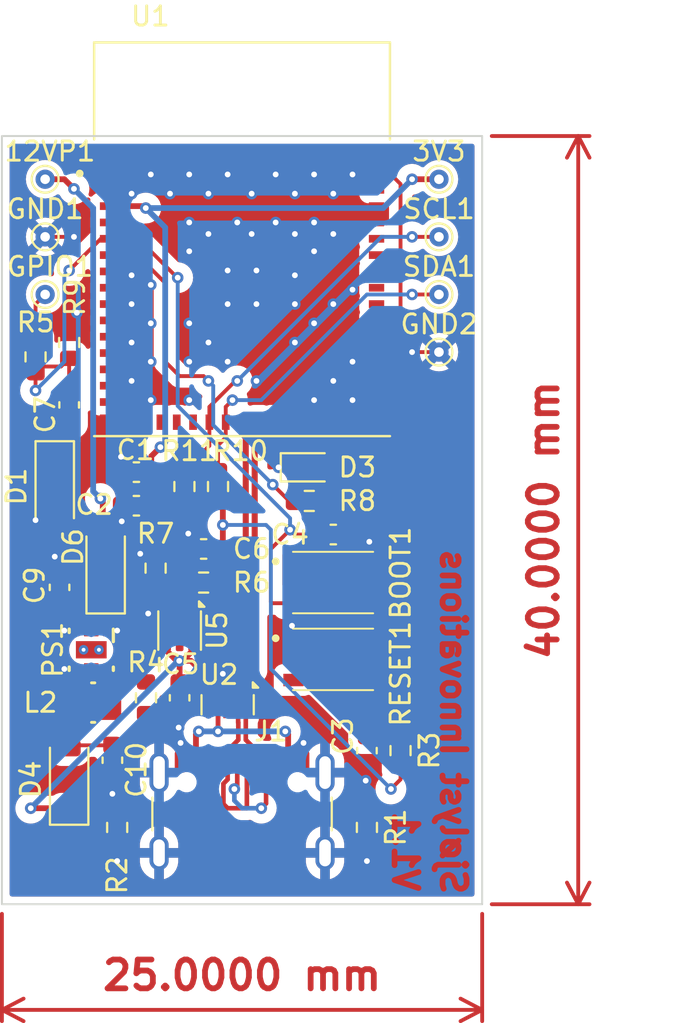
<source format=kicad_pcb>
(kicad_pcb (version 20240108) (generator "pcbnew") (generator_version "8.0")
  (layers (0 "F.Cu" signal) (31 "B.Cu" signal) (34 "B.Paste" user) (35 "F.Paste" user) (36 "B.SilkS" user "B.Silkscreen") (37 "F.SilkS" user "F.Silkscreen") (38 "B.Mask" user) (39 "F.Mask" user) (44 "Edge.Cuts" user))
  (net 0 "")
  (net 1 "GND")
  (net 2 "/ESP32_EN")
  (net 3 "/GPIO0")
  (net 4 "/USB_P")
  (net 5 "/3V3")
  (net 6 "/12V_P")
  (net 7 "Net-(D3-A)")
  (net 8 "/GPIO1")
  (net 9 "/I2C_SDA")
  (net 10 "/I2C_SCL")
  (net 11 "Net-(U5-FB)")
  (net 14 "/USB_N")
  (net 16 "Net-(J1-CC2)")
  (net 17 "Net-(J1-CC1)")
  (net 42 "/GPIO2")
  (net 53 "/5V_USB")
  (net 54 "Net-(D6-K)")
  (net 55 "Net-(D4-A)")
  (net 56 "Net-(PS1-SW)")
  (net 57 "Net-(PS1-PG)")
  (net 58 "Net-(D1-K)")
  (net 59 "Net-(GPIO1-Pad1)")
  (footprint "Resistor_SMD:R_0603_1608Metric" (layer "F.Cu") (at 148 104.5 -90)
    (property "Reference" "R7")
    (property "Value" "200K" (hide yes))
  )
  (footprint "Capacitor_SMD:C_0603_1608Metric" (layer "F.Cu") (at 149.25 111.25 -90)
    (property "Reference" "C5")
    (property "Value" "10uF" (hide yes))
  )
  (footprint "TestPoint:TestPoint_THTPad_D1.0mm_Drill0.5mm" (layer "F.Cu") (at 142.25 87.25)
    (property "Reference" "GND1")
    (property "Value" "~" (hide yes))
  )
  (footprint "Resistor_SMD:R_0603_1608Metric" (layer "F.Cu") (at 147.5 111.25 -90)
    (property "Reference" "R4")
    (property "Value" "100k" (hide yes))
  )
  (footprint "Diode_SMD:D_SOD-123" (layer "F.Cu") (at 143.5 115.5 90)
    (property "Reference" "D4")
    (property "Value" "B5817W" (hide yes))
  )
  (footprint "TestPoint:TestPoint_THTPad_D1.0mm_Drill0.5mm" (layer "F.Cu") (at 162.75 90.25)
    (property "Reference" "SDA1")
    (property "Value" "~" (hide yes))
  )
  (footprint "Capacitor_SMD:C_0603_1608Metric" (layer "F.Cu") (at 147 101.25 180)
    (property "Reference" "C2")
    (property "Value" "10uF" (hide yes))
  )
  (footprint "Capacitor_SMD:C_0603_1608Metric" (layer "F.Cu") (at 150.5 103.5 180)
    (property "Reference" "C6")
    (property "Value" "10uF" (hide yes))
  )
  (footprint "ESP32_S3_MINI_1_N8:XCVR_ESP32-S3-MINI-1-N8" (layer "F.Cu") (at 152.5 89.9)
    (property "Reference" "U1")
    (property "Value" "ESP32-S3-MINI-1-N8" (hide yes))
  )
  (footprint "PTS810SJK250SMTRLFS:PTS810SJG250SMTRLFS" (layer "F.Cu") (at 157.25 109.25)
    (property "Reference" "RESET1")
    (property "Value" "PTS810SJM250SMTRLFS" (hide yes))
  )
  (footprint "Resistor_SMD:R_0603_1608Metric" (layer "F.Cu") (at 150.5 105.25)
    (property "Reference" "R6")
    (property "Value" "1M" (hide yes))
  )
  (footprint "Resistor_SMD:R_0603_1608Metric" (layer "F.Cu") (at 159 118 -90)
    (property "Reference" "R1")
    (property "Value" "5.1k" (hide yes))
  )
  (footprint "Resistor_SMD:R_0603_1608Metric" (layer "F.Cu") (at 149.5 100.25 -90)
    (property "Reference" "R11")
    (property "Value" "10k" (hide yes))
  )
  (footprint "Package_DFN_QFN:Diodes_UDFN-10_1.0x2.5mm_P0.5mm" (layer "F.Cu") (at 151.75 111.6125 -90)
    (property "Reference" "U2")
    (property "Value" "D3V3XA4B10LP" (hide yes))
  )
  (footprint "Resistor_SMD:R_0603_1608Metric" (layer "F.Cu") (at 146 118 -90)
    (property "Reference" "R2")
    (property "Value" "5.1k" (hide yes))
  )
  (footprint "Capacitor_SMD:C_0603_1608Metric" (layer "F.Cu") (at 143.5 96 -90)
    (property "Reference" "C7")
    (property "Value" "0.1uF" (hide yes))
  )
  (footprint "Diode_SMD:D_SOD-123" (layer "F.Cu") (at 142.75 100.25 -90)
    (property "Reference" "D1")
    (property "Value" "MM1Z3V3" (hide yes))
  )
  (footprint "Capacitor_SMD:C_0603_1608Metric" (layer "F.Cu") (at 159 114 -90)
    (property "Reference" "C3")
    (property "Value" "0.1uF" (hide yes))
  )
  (footprint "Resistor_SMD:R_0603_1608Metric" (layer "F.Cu") (at 156 101)
    (property "Reference" "R8")
    (property "Value" "5.1k" (hide yes))
  )
  (footprint "Resistor_SMD:R_0603_1608Metric" (layer "F.Cu") (at 160.75 114 -90)
    (property "Reference" "R3")
    (property "Value" "5.1k" (hide yes))
  )
  (footprint "Diode_SMD:D_SOD-123" (layer "F.Cu") (at 145.4 104.5 90)
    (property "Reference" "D6")
    (property "Value" "B5817W" (hide yes))
  )
  (footprint "Resistor_SMD:R_0603_1608Metric" (layer "F.Cu") (at 141.75 93.5 -90)
    (property "Reference" "R5")
    (property "Value" "33k" (hide yes))
  )
  (footprint "TestPoint:TestPoint_THTPad_D1.0mm_Drill0.5mm" (layer "F.Cu") (at 162.75 93.25)
    (property "Reference" "GND2")
    (property "Value" "~" (hide yes))
  )
  (footprint "TestPoint:TestPoint_THTPad_D1.0mm_Drill0.5mm" (layer "F.Cu") (at 162.75 87.25)
    (property "Reference" "SCL1")
    (property "Value" "~" (hide yes))
  )
  (footprint "Resistor_SMD:R_0603_1608Metric" (layer "F.Cu") (at 151.25 100.25 -90)
    (property "Reference" "R10")
    (property "Value" "10k" (hide yes))
  )
  (footprint "LED_SMD:LED_0603_1608Metric" (layer "F.Cu") (at 156 99.25)
    (property "Reference" "D3")
    (property "Value" "LED" (hide yes))
  )
  (footprint "Capacitor_SMD:C_0603_1608Metric" (layer "F.Cu") (at 145.75 114.5 -90)
    (property "Reference" "C10")
    (property "Value" "22uF" (hide yes))
  )
  (footprint "TestPoint:TestPoint_THTPad_D1.0mm_Drill0.5mm" (layer "F.Cu") (at 162.75 84.25)
    (property "Reference" "3V3")
    (property "Value" "~" (hide yes))
  )
  (footprint "Resistor_SMD:R_0603_1608Metric" (layer "F.Cu") (at 143.5 92.75 -90)
    (property "Reference" "R9")
    (property "Value" "10k" (hide yes))
  )
  (footprint "Capacitor_SMD:C_0603_1608Metric" (layer "F.Cu") (at 157.25 102.75)
    (property "Reference" "C4")
    (property "Value" "0.1uF" (hide yes))
  )
  (footprint "PTS810SJK250SMTRLFS:PTS810SJG250SMTRLFS" (layer "F.Cu") (at 157.25 105.25)
    (property "Reference" "BOOT1")
    (property "Value" "PTS810SJM250SMTRLFS" (hide yes))
  )
  (footprint "TestPoint:TestPoint_THTPad_D1.0mm_Drill0.5mm" (layer "F.Cu") (at 142.25 90.25)
    (property "Reference" "GPIO1")
    (property "Value" "~" (hide yes))
  )
  (footprint "TPS62163DSGR-1:DSG0008A" (layer "F.Cu") (at 144.649999 108.75 -90)
    (property "Reference" "PS1")
    (property "Value" "TPS62163DSGR" (hide yes))
  )
  (footprint "TestPoint:TestPoint_THTPad_D1.0mm_Drill0.5mm" (layer "F.Cu") (at 142.25 84.25)
    (property "Reference" "12VP1")
    (property "Value" "~" (hide yes))
  )
  (footprint "Capacitor_SMD:C_0603_1608Metric" (layer "F.Cu") (at 147 99.5 180)
    (property "Reference" "C1")
    (property "Value" "0.1uF" (hide yes))
  )
  (footprint "Connector_USB:USB_C_Receptacle_GCT_USB4105-xx-A_16P_TopMnt_Horizontal" (layer "F.Cu") (at 152.5 118.25)
    (property "Reference" "J1")
    (property "Value" "USB_C_Receptacle_USB2.0_16P" (hide yes))
  )
  (footprint "Capacitor_SMD:C_0603_1608Metric" (layer "F.Cu") (at 143 105.5 90)
    (property "Reference" "C9")
    (property "Value" "10uF" (hide yes))
  )
  (footprint "CIGT201610LM2R2MNE:RES_CIGT201610_SAM" (layer "F.Cu") (at 144.75 111.5 180)
    (property "Reference" "L2")
    (property "Value" "2.2uH" (hide yes))
  )
  (footprint "Package_SON:WSON-6-1EP_2x2mm_P0.65mm_EP1x1.6mm" (layer "F.Cu") (at 149.25 107.75 -90)
    (property "Reference" "U5")
    (property "Value" "TLV75801PDRVR" (hide yes))
  )
  (gr_rect (start 140 82) (end 165 122) (stroke (width 0.1)) (fill none) (layer "Edge.Cuts"))
  (gr_text "Sjølyst Innovations" (at 163.5 112.5 270) (layer "B.Cu" knockout) (effects (font (size 1.25 1.25) (thickness 0.3) (bold yes)) (justify mirror)))
  (gr_text "V1.1" (at 161 119.25 270) (layer "B.Cu" knockout) (effects (font (size 1.25 1.25) (thickness 0.3) (bold yes)) (justify mirror)))
  (dimension (type aligned) (layer "F.Cu") (pts (xy 165 82) (xy 165 122)) (height -5) (gr_text "40.0000 mm" (at 168.2 102 90) (layer "F.Cu") (effects (font (size 1.5 1.5) (thickness 0.3)))) (format (prefix "") (suffix "") (units 3) (units_format 1) (precision 4)) (style (thickness 0.2) (arrow_length 1.27) (text_position_mode 0) (extension_height 0.58642) (extension_offset 0.5) keep_text_aligned))
  (dimension (type aligned) (layer "F.Cu") (pts (xy 140 122) (xy 165 122)) (height 5.499999) (gr_text "25.0000 mm" (at 152.5 125.699999 0) (layer "F.Cu") (effects (font (size 1.5 1.5) (thickness 0.3)))) (format (prefix "") (suffix "") (units 3) (units_format 1) (precision 4)) (style (thickness 0.2) (arrow_length 1.27) (text_position_mode 0) (extension_height 0.58642) (extension_offset 0.5) keep_text_aligned))
  (segment (start 145.449999 107.75) (end 145.4 107.799999) (width 0.3) (layer "F.Cu") (net 1))
  (segment (start 146 107.75) (end 145.449999 107.75) (width 0.3) (layer "F.Cu") (net 1))
  (segment (start 146.2 98.7) (end 146.225 98.725) (width 0.2) (layer "F.Cu") (net 1))
  (segment (start 159.325 108.175) (end 155.175 108.175) (width 0.2) (layer "F.Cu") (net 1))
  (segment (start 159.325 103.325) (end 159.325 104.175) (width 0.2) (layer "F.Cu") (net 1))
  (segment (start 141.75 102) (end 141.85 101.9) (width 0.2) (layer "F.Cu") (net 1))
  (segment (start 149.3 113.6) (end 149.3 114.57) (width 0.2) (layer "F.Cu") (net 1))
  (segment (start 158.75 102.75) (end 158.025 102.75) (width 0.2) (layer "F.Cu") (net 1))
  (segment (start 159 114.775) (end 159 115.5) (width 0.2) (layer "F.Cu") (net 1))
  (segment (start 142.75 103.9) (end 143 104.15) (width 0.3) (layer "F.Cu") (net 1))
  (segment (start 147.925 103.75) (end 148 103.675) (width 0.2) (layer "F.Cu") (net 1))
  (segment (start 143.25 109.75) (end 143.850002 109.75) (width 0.3) (layer "F.Cu") (net 1))
  (segment (start 155.1 107.5) (end 155.1 108.1) (width 0.2) (layer "F.Cu") (net 1))
  (segment (start 149.725 102.725) (end 149.725 103.5) (width 0.2) (layer "F.Cu") (net 1))
  (segment (start 143.850002 107.75) (end 143.899999 107.799997) (width 0.3) (layer "F.Cu") (net 1))
  (segment (start 149.25 107.75) (end 148.6 107.1) (width 0.3) (layer "F.Cu") (net 1))
  (segment (start 148.6 107.1) (end 148.6 106.8625) (width 0.3) (layer "F.Cu") (net 1))
  (segment (start 159 119.75) (end 159 118.825) (width 0.2) (layer "F.Cu") (net 1))
  (segment (start 143.5 91.6) (end 143.5 91.925) (width 0.2) (layer "F.Cu") (net 1))
  (segment (start 155.175 104.175) (end 159.325 104.175) (width 0.2) (layer "F.Cu") (net 1))
  (segment (start 159 115.5) (end 158.936593 115.563407) (width 0.2) (layer "F.Cu") (net 1))
  (segment (start 143.9 91.2) (end 143.5 91.6) (width 0.2) (layer "F.Cu") (net 1))
  (segment (start 154.4 99.25) (end 155.2125 99.25) (width 0.2) (layer "F.Cu") (net 1))
  (segment (start 155.7 113.6) (end 155.7 114.57) (width 0.2) (layer "F.Cu") (net 1))
  (segment (start 151.75 112.025) (end 151.75 111.2625) (width 0.2) (layer "F.Cu") (net 1))
  (segment (start 151.75 110.25) (end 151.75 111.2625) (width 0.2) (layer "F.Cu") (net 1))
  (segment (start 146.236936 102.062573) (end 146.225 102.050637) (width 0.2) (layer "F.Cu") (net 1))
  (segment (start 149.2 112.8) (end 149.2 112.075) (width 0.3) (layer "F.Cu") (net 1))
  (segment (start 146 119.75) (end 146 118.825) (width 0.2) (layer "F.Cu") (net 1))
  (segment (start 159.125 103.125) (end 158.75 102.75) (width 0.2) (layer "F.Cu") (net 1))
  (segment (start 146.225 98.725) (end 146.225 99.5) (width 0.2) (layer "F.Cu") (net 1))
  (segment (start 149.2 112.075) (end 149.25 112.025) (width 0.3) (layer "F.Cu") (net 1))
  (segment (start 143 104.15) (end 143 104.725) (width 0.3) (layer "F.Cu") (net 1))
  (segment (start 143.75 87.25) (end 142.25 87.25) (width 0.2) (layer "F.Cu") (net 1))
  (segment (start 145.75 116.25) (end 145.75 115.275) (width 0.2) (layer "F.Cu") (net 1))
  (segment (start 155.1 108.1) (end 155.175 108.175) (width 0.2) (layer "F.Cu") (net 1))
  (segment (start 159.125 103.125) (end 159.325 103.325) (width 0.2) (layer "F.Cu") (net 1))
  (segment (start 143.850002 109.75) (end 143.899999 109.700003) (width 0.3) (layer "F.Cu") (net 1))
  (segment (start 146.225 102.050637) (end 146.225 101.25) (width 0.2) (layer "F.Cu") (net 1))
  (segment (start 143.25 107.75) (end 143.850002 107.75) (width 0.3) (layer "F.Cu") (net 1))
  (segment (start 141.85 101.9) (end 142.75 101.9) (width 0.2) (layer "F.Cu") (net 1))
  (segment (start 162.75 93.25) (end 161.35 93.25) (width 0.2) (layer "F.Cu") (net 1))
  (segment (start 147.6125 106.8625) (end 148.6 106.8625) (width 0.3) (layer "F.Cu") (net 1))
  (segment (start 149.7 102.7) (end 149.725 102.725) (width 0.2) (layer "F.Cu") (net 1))
  (segment (start 147.2 103.75) (end 147.925 103.75) (width 0.2) (layer "F.Cu") (net 1))
  (segment (start 151.5 110) (end 151.75 110.25) (width 0.2) (layer "F.Cu") (net 1))
  (via (at 146.75 94.75) (size 0.6) (drill 0.3) (layers "F.Cu" "B.Cu") (net 1))
  (via (at 155.1 107.5) (size 0.6) (drill 0.3) (layers "F.Cu" "B.Cu") (net 1))
  (via (at 156.25 84) (size 0.6) (drill 0.3) (layers "F.Cu" "B.Cu") (net 1))
  (via (at 153.25 94.75) (size 0.6) (drill 0.3) (layers "F.Cu" "B.Cu") (net 1))
  (via (at 157.25 94.75) (size 0.6) (drill 0.3) (layers "F.Cu" "B.Cu") (net 1))
  (via (at 161.35 93.25) (size 0.6) (drill 0.3) (layers "F.Cu" "B.Cu") (net 1))
  (via (at 150.75 87.1) (size 0.6) (drill 0.3) (layers "F.Cu" "B.Cu") (net 1))
  (via (at 153.25 90.75) (size 0.6) (drill 0.3) (layers "F.Cu" "B.Cu") (net 1))
  (via (at 155.25 90.75) (size 0.6) (drill 0.3) (layers "F.Cu" "B.Cu") (net 1))
  (via (at 157.25 85) (size 0.6) (drill 0.3) (layers "F.Cu" "B.Cu") (net 1))
  (via (at 158.25 84) (size 0.6) (drill 0.3) (layers "F.Cu" "B.Cu") (net 1))
  (via (at 153 87.1) (size 0.6) (drill 0.3) (layers "F.Cu" "B.Cu") (net 1))
  (via (at 154.4 99.25) (size 0.6) (drill 0.3) (layers "F.Cu" "B.Cu") (net 1))
  (via (at 149.75 84) (size 0.6) (drill 0.3) (layers "F.Cu" "B.Cu") (net 1))
  (via (at 156.25 88) (size 0.6) (drill 0.3) (layers "F.Cu" "B.Cu") (net 1))
  (via (at 149.3 113.6) (size 0.6) (drill 0.3) (layers "F.Cu" "B.Cu") (net 1))
  (via (at 149.7 102.7) (size 0.6) (drill 0.3) (layers "F.Cu" "B.Cu") (net 1))
  (via (at 155.25 87.1) (size 0.6) (drill 0.3) (layers "F.Cu" "B.Cu") (net 1))
  (via (at 155.25 89.25) (size 0.6) (drill 0.3) (layers "F.Cu" "B.Cu") (net 1))
  (via (at 156.25 86.5) (size 0.6) (drill 0.3) (layers "F.Cu" "B.Cu") (net 1))
  (via (at 149.75 86.5) (size 0.6) (drill 0.3) (layers "F.Cu" "B.Cu") (net 1))
  (via (at 153 85) (size 0.6) (drill 0.3) (layers "F.Cu" "B.Cu") (net 1))
  (via (at 158.25 90) (size 0.6) (drill 0.3) (layers "F.Cu" "B.Cu") (net 1))
  (via (at 158.25 93.75) (size 0.6) (drill 0.3) (layers "F.Cu" "B.Cu") (net 1))
  (via (at 155.7 113.6) (size 0.6) (drill 0.3) (layers "F.Cu" "B.Cu") (net 1))
  (via (at 146.2 98.7) (size 0.6) (drill 0.3) (layers "F.Cu" "B.Cu") (net 1))
  (via (at 156.25 95.75) (size 0.6) (drill 0.3) (layers "F.Cu" "B.Cu") (net 1))
  (via (at 148.75 85) (size 0.6) (drill 0.3) (layers "F.Cu" "B.Cu") (net 1))
  (via (at 146 107.75) (size 0.6) (drill 0.3) (layers "F.Cu" "B.Cu") (net 1))
  (via (at 149.75 95.75) (size 0.6) (drill 0.3) (layers "F.Cu" "B.Cu") (net 1))
  (via (at 149.2 112.8) (size 0.6) (drill 0.3) (layers "F.Cu" "B.Cu") (net 1))
  (via (at 146.75 92.75) (size 0.6) (drill 0.3) (layers "F.Cu" "B.Cu") (net 1))
  (via (at 155.25 92.75) (size 0.6) (drill 0.3) (layers "F.Cu" "B.Cu") (net 1))
  (via (at 147.75 95.75) (size 0.6) (drill 0.3) (layers "F.Cu" "B.Cu") (net 1))
  (via (at 155.25 85) (size 0.6) (drill 0.3) (layers "F.Cu" "B.Cu") (net 1))
  (via (at 142.75 103.9) (size 0.6) (drill 0.3) (layers "F.Cu" "B.Cu") (net 1))
  (via (at 151.75 93.75) (size 0.6) (drill 0.3) (layers "F.Cu" "B.Cu") (net 1))
  (via (at 146.75 85) (size 0.6) (drill 0.3) (layers "F.Cu" "B.Cu") (net 1))
  (via (at 146.236936 102.062573) (size 0.6) (drill 0.3) (layers "F.Cu" "B.Cu") (net 1))
  (via (at 158.936593 115.563407) (size 0.6) (drill 0.3) (layers "F.Cu" "B.Cu") (net 1))
  (via (at 157.25 87.1) (size 0.6) (drill 0.3) (layers "F.Cu" "B.Cu") (net 1))
  (via (at 151.5 110) (size 0.6) (drill 0.3) (layers "F.Cu" "B.Cu") (net 1))
  (via (at 147.75 91.75) (size 0.6) (drill 0.3) (layers "F.Cu" "B.Cu") (net 1))
  (via (at 141.75 102) (size 0.6) (drill 0.3) (layers "F.Cu" "B.Cu") (net 1))
  (via (at 147.2 103.75) (size 0.6) (drill 0.3) (layers "F.Cu" "B.Cu") (net 1))
  (via (at 151.75 89) (size 0.6) (drill 0.3) (layers "F.Cu" "B.Cu") (net 1))
  (via (at 157.25 90.75) (size 0.6) (drill 0.3) (layers "F.Cu" "B.Cu") (net 1))
  (via (at 147.75 84) (size 0.6) (drill 0.3) (layers "F.Cu" "B.Cu") (net 1))
  (via (at 159 119.75) (size 0.6) (drill 0.3) (layers "F.Cu" "B.Cu") (net 1))
  (via (at 150.75 92.75) (size 0.6) (drill 0.3) (layers "F.Cu" "B.Cu") (net 1))
  (via (at 143.25 109.75) (size 0.6) (drill 0.3) (layers "F.Cu" "B.Cu") (net 1))
  (via (at 154.25 84) (size 0.6) (drill 0.3) (layers "F.Cu" "B.Cu") (net 1))
  (via (at 151.75 84) (size 0.6) (drill 0.3) (layers "F.Cu" "B.Cu") (net 1))
  (via (at 143.75 87.25) (size 0.6) (drill 0.3) (layers "F.Cu" "B.Cu") (net 1))
  (via (at 159.125 103.125) (size 0.6) (drill 0.3) (layers "F.Cu" "B.Cu") (net 1))
  (via (at 145.75 116.25) (size 0.6) (drill 0.3) (layers "F.Cu" "B.Cu") (net 1))
  (via (at 147.75 89.75) (size 0.6) (drill 0.3) (layers "F.Cu" "B.Cu") (net 1))
  (via (at 158.25 95.75) (size 0.6) (drill 0.3) (layers "F.Cu" "B.Cu") (net 1))
  (via (at 147.6125 106.8625) (size 0.6) (drill 0.3) (layers "F.Cu" "B.Cu") (net 1))
  (via (at 146 119.75) (size 0.6) (drill 0.3) (layers "F.Cu" "B.Cu") (net 1))
  (via (at 151.75 90.75) (size 0.6) (drill 0.3) (layers "F.Cu" "B.Cu") (net 1))
  (via (at 153.25 89) (size 0.6) (drill 0.3) (layers "F.Cu" "B.Cu") (net 1))
  (via (at 150.75 85) (size 0.6) (drill 0.3) (layers "F.Cu" "B.Cu") (net 1))
  (via (at 147.75 93.75) (size 0.6) (drill 0.3) (layers "F.Cu" "B.Cu") (net 1))
  (via (at 154.25 86.5) (size 0.6) (drill 0.3) (layers "F.Cu" "B.Cu") (net 1))
  (via (at 149.75 93.75) (size 0.6) (drill 0.3) (layers "F.Cu" "B.Cu") (net 1))
  (via (at 146.75 89.25) (size 0.6) (drill 0.3) (layers "F.Cu" "B.Cu") (net 1))
  (via (at 149.75 88) (size 0.6) (drill 0.3) (layers "F.Cu" "B.Cu") (net 1))
  (via (at 143.25 107.75) (size 0.6) (drill 0.3) (layers "F.Cu" "B.Cu") (net 1))
  (via (at 152.25 86.5) (size 0.6) (drill 0.3) (layers "F.Cu" "B.Cu") (net 1))
  (via (at 143.9 91.2) (size 0.6) (drill 0.3) (layers "F.Cu" "B.Cu") (net 1))
  (via (at 149.75 91.75) (size 0.6) (drill 0.3) (layers "F.Cu" "B.Cu") (net 1))
  (via (at 146.75 90.75) (size 0.6) (drill 0.3) (layers "F.Cu" "B.Cu") (net 1))
  (via (at 156.25 91.75) (size 0.6) (drill 0.3) (layers "F.Cu" "B.Cu") (net 1))
  (segment (start 159 113.225) (end 160.7 113.225) (width 0.2) (layer "F.Cu") (net 2))
  (segment (start 160.7 113.225) (end 160.75 113.175) (width 0.2) (layer "F.Cu") (net 2))
  (segment (start 160.2 83.95) (end 159.5 83.95) (width 0.2) (layer "F.Cu") (net 2))
  (segment (start 160.75 84.5) (end 160.2 83.95) (width 0.2) (layer "F.Cu") (net 2))
  (segment (start 160.75 109.4) (end 160.75 84.5) (width 0.2) (layer "F.Cu") (net 2))
  (segment (start 155.175 110.325) (end 156.1 110.325) (width 0.2) (layer "F.Cu") (net 2))
  (segment (start 159.825 110.325) (end 160.75 109.4) (width 0.2) (layer "F.Cu") (net 2))
  (segment (start 155.175 110.325) (end 159.325 110.325) (width 0.2) (layer "F.Cu") (net 2))
  (segment (start 156.1 110.325) (end 159 113.225) (width 0.2) (layer "F.Cu") (net 2))
  (segment (start 159.325 110.325) (end 159.825 110.325) (width 0.2) (layer "F.Cu") (net 2))
  (segment (start 155.175 106.325) (end 159.325 106.325) (width 0.2) (layer "F.Cu") (net 3))
  (segment (start 155.175 106.325) (end 154.075 106.325) (width 0.2) (layer "F.Cu") (net 3))
  (segment (start 155 102.5) (end 155.25 102.75) (width 0.2) (layer "F.Cu") (net 3))
  (segment (start 154 103.5) (end 155 102.5) (width 0.2) (layer "F.Cu") (net 3))
  (segment (start 149.15 89.375) (end 149.125 89.375) (width 0.2) (layer "F.Cu") (net 3))
  (segment (start 149.125 89.375) (end 146.25 86.5) (width 0.2) (layer "F.Cu") (net 3))
  (segment (start 146.25 86.5) (end 145.5 86.5) (width 0.2) (layer "F.Cu") (net 3))
  (segment (start 154 106.25) (end 154 103.5) (width 0.2) (layer "F.Cu") (net 3))
  (segment (start 155.25 102.75) (end 156.475 102.75) (width 0.2) (layer "F.Cu") (net 3))
  (segment (start 154.075 106.325) (end 154 106.25) (width 0.2) (layer "F.Cu") (net 3))
  (via (at 155 102.5) (size 0.6) (drill 0.3) (layers "F.Cu" "B.Cu") (net 3))
  (via (at 149.15 89.375) (size 0.6) (drill 0.3) (layers "F.Cu" "B.Cu") (net 3))
  (segment (start 149.15 96.05) (end 153.75 100.65) (width 0.2) (layer "B.Cu") (net 3))
  (segment (start 153.75 100.65) (end 153.75 100.651471) (width 0.2) (layer "B.Cu") (net 3))
  (segment (start 153.75 100.651471) (end 155 101.901471) (width 0.2) (layer "B.Cu") (net 3))
  (segment (start 149.15 89.375) (end 149.15 96.05) (width 0.2) (layer "B.Cu") (net 3))
  (segment (start 155 101.901471) (end 155 102.5) (width 0.2) (layer "B.Cu") (net 3))
  (segment (start 152.75 112) (end 152.75 111.225) (width 0.25) (layer "F.Cu") (net 4))
  (segment (start 153.35 96.9) (end 153.35 97.500001) (width 0.3152) (layer "F.Cu") (net 4))
  (segment (start 153.1576 97.692401) (end 153.1576 109.8424) (width 0.3152) (layer "F.Cu") (net 4))
  (segment (start 153.5 117) (end 153.75 116.75) (width 0.24) (layer "F.Cu") (net 4))
  (segment (start 152.695 112.055) (end 152.695 113.440001) (width 0.24) (layer "F.Cu") (net 4))
  (segment (start 153.75 116.75) (end 153.75 115.67741) (width 0.24) (layer "F.Cu") (net 4))
  (segment (start 152.695 113.440001) (end 152.754999 113.5) (width 0.24) (layer "F.Cu") (net 4))
  (segment (start 153.25 114.57) (end 153.25 113.995001) (width 0.24) (layer "F.Cu") (net 4))
  (segment (start 152.75 111.225) (end 152.75 110.25) (width 0.3152) (layer "F.Cu") (net 4))
  (segment (start 153.1576 109.8424) (end 152.75 110.25) (width 0.3152) (layer "F.Cu") (net 4))
  (segment (start 153.721718 115.67741) (end 153.75 115.67741) (width 0.24) (layer "F.Cu") (net 4))
  (segment (start 152.25 115.85) (end 152.25 114.57) (width 0.24) (layer "F.Cu") (net 4))
  (segment (start 153.25 115.205692) (end 153.721718 115.67741) (width 0.24) (layer "F.Cu") (net 4))
  (segment (start 152.695 112.055) (end 152.75 112) (width 0.24) (layer "F.Cu") (net 4))
  (segment (start 153.25 113.995001) (end 152.754999 113.5) (width 0.24) (layer "F.Cu") (net 4))
  (segment (start 153.35 97.500001) (end 153.1576 97.692401) (width 0.3152) (layer "F.Cu") (net 4))
  (segment (start 152.1 116) (end 152.25 115.85) (width 0.24) (layer "F.Cu") (net 4))
  (segment (start 153.25 114.57) (end 153.25 115.205692) (width 0.24) (layer "F.Cu") (net 4))
  (via (at 152.1 116) (size 0.6) (drill 0.3) (layers "F.Cu" "B.Cu") (net 4))
  (via (at 153.5 117) (size 0.6) (drill 0.3) (layers "F.Cu" "B.Cu") (net 4))
  (segment (start 152.1 116.6) (end 152.5 117) (width 0.24) (layer "B.Cu") (net 4))
  (segment (start 152.1 116) (end 152.1 116.6) (width 0.24) (layer "B.Cu") (net 4))
  (segment (start 152.5 117) (end 153.5 117) (width 0.24) (layer "B.Cu") (net 4))
  (segment (start 151.5 101.325) (end 151.25 101.075) (width 0.3) (layer "F.Cu") (net 5))
  (segment (start 149.9 106.8625) (end 149.9625 106.8625) (width 0.2) (layer "F.Cu") (net 5))
  (segment (start 161.35 84.25) (end 162.75 84.25) (width 0.3) (layer "F.Cu") (net 5))
  (segment (start 151.5 102.25) (end 151.5 101.325) (width 0.3) (layer "F.Cu") (net 5))
  (segment (start 151.5 103.475) (end 151.475 103.5) (width 0.2) (layer "F.Cu") (net 5))
  (segment (start 151.325 105.5) (end 151.325 105.25) (width 0.3) (layer "F.Cu") (net 5))
  (segment (start 147.388068 85.65) (end 145.5 85.65) (width 0.3) (layer "F.Cu") (net 5))
  (segment (start 160.75 115.5) (end 160.75 114.825) (width 0.2) (layer "F.Cu") (net 5))
  (segment (start 147.488068 85.75) (end 147.388068 85.65) (width 0.3) (layer "F.Cu") (net 5))
  (segment (start 151.275 105.2) (end 151.325 105.25) (width 0.3) (layer "F.Cu") (net 5))
  (segment (start 147.775 98.675) (end 147.775 99.5) (width 0.3) (layer "F.Cu") (net 5))
  (segment (start 148.25 98.2) (end 147.775 98.675) (width 0.3) (layer "F.Cu") (net 5))
  (segment (start 149.325 101.25) (end 149.5 101.075) (width 0.3) (layer "F.Cu") (net 5))
  (segment (start 149.9625 106.8625) (end 151.325 105.5) (width 0.3) (layer "F.Cu") (net 5))
  (segment (start 147.775 101.25) (end 149.325 101.25) (width 0.3) (layer "F.Cu") (net 5))
  (segment (start 151.275 103.5) (end 151.275 105.2) (width 0.3) (layer "F.Cu") (net 5))
  (segment (start 151.475 103.5) (end 151.275 103.5) (width 0.2) (layer "F.Cu") (net 5))
  (segment (start 160.25 116) (end 160.75 115.5) (width 0.2) (layer "F.Cu") (net 5))
  (segment (start 147.775 99.5) (end 147.775 101.25) (width 0.3) (layer "F.Cu") (net 5))
  (segment (start 151.25 101.075) (end 149.5 101.075) (width 0.3) (layer "F.Cu") (net 5))
  (segment (start 151.5 102.25) (end 151.5 103.475) (width 0.3) (layer "F.Cu") (net 5))
  (via (at 147.488068 85.75) (size 0.6) (drill 0.3) (layers "F.Cu" "B.Cu") (net 5))
  (via (at 151.5 102.25) (size 0.6) (drill 0.3) (layers "F.Cu" "B.Cu") (net 5))
  (via (at 160.25 116) (size 0.6) (drill 0.3) (layers "F.Cu" "B.Cu") (net 5))
  (via (at 148.25 98.2) (size 0.6) (drill 0.3) (layers "F.Cu" "B.Cu") (net 5))
  (via (at 161.35 84.25) (size 0.6) (drill 0.3) (layers "F.Cu" "B.Cu") (net 5))
  (segment (start 147.488068 85.75) (end 159.85 85.75) (width 0.3) (layer "B.Cu") (net 5))
  (segment (start 147.488068 85.75) (end 148.5 86.761932) (width 0.3) (layer "B.Cu") (net 5))
  (segment (start 154 109.75) (end 160.25 116) (width 0.2) (layer "B.Cu") (net 5))
  (segment (start 148.5 97.95) (end 148.25 98.2) (width 0.3) (layer "B.Cu") (net 5))
  (segment (start 159.85 85.75) (end 161.35 84.25) (width 0.3) (layer "B.Cu") (net 5))
  (segment (start 154 102.5) (end 153.75 102.25) (width 0.2) (layer "B.Cu") (net 5))
  (segment (start 148.5 86.761932) (end 148.5 97.95) (width 0.3) (layer "B.Cu") (net 5))
  (segment (start 154 102.5) (end 154 109.75) (width 0.2) (layer "B.Cu") (net 5))
  (segment (start 153.75 102.25) (end 151.5 102.25) (width 0.2) (layer "B.Cu") (net 5))
  (segment (start 143.25 84.25) (end 142.25 84.25) (width 0.3) (layer "F.Cu") (net 6))
  (segment (start 145.25 101) (end 145.25 102.7) (width 0.3) (layer "F.Cu") (net 6))
  (segment (start 145.25 102.7) (end 145.4 102.85) (width 0.3) (layer "F.Cu") (net 6))
  (segment (start 145.125 100.875) (end 145.25 101) (width 0.3) (layer "F.Cu") (net 6))
  (segment (start 143.75 84.75) (end 143.25 84.25) (width 0.3) (layer "F.Cu") (net 6))
  (via (at 145.125 100.875) (size 0.6) (drill 0.3) (layers "F.Cu" "B.Cu") (net 6))
  (via (at 143.75 84.75) (size 0.6) (drill 0.3) (layers "F.Cu" "B.Cu") (net 6))
  (segment (start 144.75 85.75) (end 143.75 84.75) (width 0.3) (layer "B.Cu") (net 6))
  (segment (start 144.75 100.5) (end 144.75 85.75) (width 0.3) (layer "B.Cu") (net 6))
  (segment (start 145.125 100.875) (end 144.75 100.5) (width 0.3) (layer "B.Cu") (net 6))
  (segment (start 156.7875 99.25) (end 156.7875 100.9625) (width 0.2) (layer "F.Cu") (net 7))
  (segment (start 156.7875 100.9625) (end 156.825 101) (width 0.2) (layer "F.Cu") (net 7))
  (segment (start 143.075 94) (end 143.5 93.575) (width 0.2) (layer "F.Cu") (net 8))
  (segment (start 143.5 89) (end 145.15 87.35) (width 0.2) (layer "F.Cu") (net 8))
  (segment (start 142.075 94) (end 143.075 94) (width 0.2) (layer "F.Cu") (net 8))
  (segment (start 141.75 94.325) (end 142.075 94) (width 0.2) (layer "F.Cu") (net 8))
  (segment (start 141.75 95.25) (end 141.75 94.325) (width 0.2) (layer "F.Cu") (net 8))
  (segment (start 145.15 87.35) (end 145.5 87.35) (width 0.2) (layer "F.Cu") (net 8))
  (segment (start 143.5 95.225) (end 143.5 93.575) (width 0.2) (layer "F.Cu") (net 8))
  (via (at 143.5 89) (size 0.6) (drill 0.3) (layers "F.Cu" "B.Cu") (net 8))
  (via (at 141.75 95.25) (size 0.6) (drill 0.3) (layers "F.Cu" "B.Cu") (net 8))
  (segment (start 143.25 93.75) (end 143.25 89.25) (width 0.2) (layer "B.Cu") (net 8))
  (segment (start 141.75 95.25) (end 143.25 93.75) (width 0.2) (layer "B.Cu") (net 8))
  (segment (start 143.25 89.25) (end 143.5 89) (width 0.2) (layer "B.Cu") (net 8))
  (segment (start 151.25 99.425) (end 151.25 98.1) (width 0.2) (layer "F.Cu") (net 9))
  (segment (start 151.25 98.1) (end 151.65 97.7) (width 0.2) (layer "F.Cu") (net 9))
  (segment (start 152 95.75) (end 151.65 96.1) (width 0.2) (layer "F.Cu") (net 9))
  (segment (start 151.65 96.1) (end 151.65 96.9) (width 0.2) (layer "F.Cu") (net 9))
  (segment (start 151.65 97.7) (end 151.65 96.9) (width 0.2) (layer "F.Cu") (net 9))
  (segment (start 161.35 90.25) (end 162.75 90.25) (width 0.2) (layer "F.Cu") (net 9))
  (via (at 152 95.75) (size 0.6) (drill 0.3) (layers "F.Cu" "B.Cu") (net 9))
  (via (at 161.35 90.25) (size 0.6) (drill 0.3) (layers "F.Cu" "B.Cu") (net 9))
  (segment (start 159 90.25) (end 153.5 95.75) (width 0.2) (layer "B.Cu") (net 9))
  (segment (start 153.5 95.75) (end 152 95.75) (width 0.2) (layer "B.Cu") (net 9))
  (segment (start 161.35 90.25) (end 159 90.25) (width 0.2) (layer "B.Cu") (net 9))
  (segment (start 152.151471 94.75) (end 150.8 96.101471) (width 0.2) (layer "F.Cu") (net 10))
  (segment (start 152.25 94.75) (end 152.151471 94.75) (width 0.2) (layer "F.Cu") (net 10))
  (segment (start 150.8 98.125) (end 150.8 96.9) (width 0.2) (layer "F.Cu") (net 10))
  (segment (start 150.8 96.101471) (end 150.8 96.9) (width 0.2) (layer "F.Cu") (net 10))
  (segment (start 149.5 99.425) (end 150.8 98.125) (width 0.2) (layer "F.Cu") (net 10))
  (segment (start 161.35 87.25) (end 162.75 87.25) (width 0.2) (layer "F.Cu") (net 10))
  (via (at 161.35 87.25) (size 0.6) (drill 0.3) (layers "F.Cu" "B.Cu") (net 10))
  (via (at 152.25 94.75) (size 0.6) (drill 0.3) (layers "F.Cu" "B.Cu") (net 10))
  (segment (start 161.35 87.25) (end 159.75 87.25) (width 0.2) (layer "B.Cu") (net 10))
  (segment (start 159.75 87.25) (end 152.25 94.75) (width 0.2) (layer "B.Cu") (net 10))
  (segment (start 149.675 105.825) (end 149.25 106.25) (width 0.2) (layer "F.Cu") (net 11))
  (segment (start 149.675 105.25) (end 149.675 105.825) (width 0.2) (layer "F.Cu") (net 11))
  (segment (start 149.25 106.25) (end 149.25 106.8625) (width 0.2) (layer "F.Cu") (net 11))
  (segment (start 148 105.325) (end 148.325 105.325) (width 0.2) (layer "F.Cu") (net 11))
  (segment (start 148.325 105.325) (end 149.25 106.25) (width 0.2) (layer "F.Cu") (net 11))
  (segment (start 151.75 117) (end 152.75 117) (width 0.24) (layer "F.Cu") (net 14))
  (segment (start 152.25 112) (end 152.25 111.225) (width 0.25) (layer "F.Cu") (net 14))
  (segment (start 151.75 115.5) (end 151.53 115.72) (width 0.24) (layer "F.Cu") (net 14))
  (segment (start 151.75 114.57) (end 151.75 113.995001) (width 0.24) (layer "F.Cu") (net 14))
  (segment (start 151.75 113.995001) (end 152.245001 113.5) (width 0.24) (layer "F.Cu") (net 14))
  (segment (start 151.53 116.78) (end 151.75 117) (width 0.24) (layer "F.Cu") (net 14))
  (segment (start 152.305 112.536494) (end 152.305 113.440001) (width 0.24) (layer "F.Cu") (net 14))
  (segment (start 152.5 97.500001) (end 152.6924 97.692401) (width 0.3152) (layer "F.Cu") (net 14))
  (segment (start 152.6924 109.629577) (end 152.25 110.071977) (width 0.3152) (layer "F.Cu") (net 14))
  (segment (start 152.305 113.440001) (end 152.245001 113.5) (width 0.24) (layer "F.Cu") (net 14))
  (segment (start 152.6924 97.692401) (end 152.6924 109.629577) (width 0.3152) (layer "F.Cu") (net 14))
  (segment (start 152.305 112.536494) (end 152.295 112.526494) (width 0.24) (layer "F.Cu") (net 14))
  (segment (start 152.295 112.526494) (end 152.295 112) (width 0.24) (layer "F.Cu") (net 14))
  (segment (start 151.75 114.57) (end 151.75 115.5) (width 0.24) (layer "F.Cu") (net 14))
  (segment (start 152.75 117) (end 152.75 114.57) (width 0.24) (layer "F.Cu") (net 14))
  (segment (start 152.25 110.071977) (end 152.25 111.225) (width 0.3152) (layer "F.Cu") (net 14))
  (segment (start 152.5 96.9) (end 152.5 97.500001) (width 0.3152) (layer "F.Cu") (net 14))
  (segment (start 151.53 115.72) (end 151.53 116.78) (width 0.24) (layer "F.Cu") (net 14))
  (segment (start 158.825 117) (end 155.861117 117) (width 0.2) (layer "F.Cu") (net 16))
  (segment (start 154.25 115.388883) (end 154.25 114.57) (width 0.2) (layer "F.Cu") (net 16))
  (segment (start 159 117.175) (end 158.825 117) (width 0.2) (layer "F.Cu") (net 16))
  (segment (start 155.861117 117) (end 154.25 115.388883) (width 0.2) (layer "F.Cu") (net 16))
  (segment (start 151.25 115.27741) (end 151.25 114.57) (width 0.2) (layer "F.Cu") (net 17))
  (segment (start 149.52741 117) (end 151.25 115.27741) (width 0.2) (layer "F.Cu") (net 17))
  (segment (start 146.175 117) (end 149.52741 117) (width 0.2) (layer "F.Cu") (net 17))
  (segment (start 146 117.175) (end 146.175 117) (width 0.2) (layer "F.Cu") (net 17))
  (segment (start 154.94853 101) (end 155.175 101) (width 0.2) (layer "F.Cu") (net 42))
  (segment (start 150.75 94.75) (end 150.5 94.5) (width 0.2) (layer "F.Cu") (net 42))
  (segment (start 148.5 93.75) (end 148.5 89.651471) (width 0.2) (layer "F.Cu") (net 42))
  (segment (start 149.25 94.5) (end 148.5 93.75) (width 0.2) (layer "F.Cu") (net 42))
  (segment (start 150.5 94.5) (end 149.25 94.5) (width 0.2) (layer "F.Cu") (net 42))
  (segment (start 147.048529 88.2) (end 145.5 88.2) (width 0.2) (layer "F.Cu") (net 42))
  (segment (start 148.5 89.651471) (end 147.048529 88.2) (width 0.2) (layer "F.Cu") (net 42))
  (segment (start 154.099265 100.150735) (end 154.94853 101) (width 0.2) (layer "F.Cu") (net 42))
  (via (at 154.099265 100.150735) (size 0.6) (drill 0.3) (layers "F.Cu" "B.Cu") (net 42))
  (via (at 150.75 94.75) (size 0.6) (drill 0.3) (layers "F.Cu" "B.Cu") (net 42))
  (segment (start 150.75 94.75) (end 151 95) (width 0.2) (layer "B.Cu") (net 42))
  (segment (start 151 97.05147) (end 154.099265 100.150735) (width 0.2) (layer "B.Cu") (net 42))
  (segment (start 151 95) (end 151 97.05147) (width 0.2) (layer "B.Cu") (net 42))
  (segment (start 149.399999 109.325) (end 149.231018 109.325) (width 0.3) (layer "F.Cu") (net 53))
  (segment (start 149.25 109.343982) (end 149.231018 109.325) (width 0.2) (layer "F.Cu") (net 53))
  (segment (start 149.25 110.475) (end 149.25 109.343982) (width 0.3) (layer "F.Cu") (net 53))
  (segment (start 148.6 108.6375) (end 148.6 108.824999) (width 0.3) (layer "F.Cu") (net 53))
  (segment (start 150.1 113.15) (end 150.1 114.57) (width 0.3) (layer "F.Cu") (net 53))
  (segment (start 149.9 108.824999) (end 149.399999 109.325) (width 0.3) (layer "F.Cu") (net 53))
  (segment (start 151.25 112) (end 151.25 111.225) (width 0.25) (layer "F.Cu") (net 53))
  (segment (start 149.9 108.6375) (end 149.9 108.824999) (width 0.3) (layer "F.Cu") (net 53))
  (segment (start 154.9 113.15) (end 154.9 114.57) (width 0.3) (layer "F.Cu") (net 53))
  (segment (start 143.35 117) (end 143.5 117.15) (width 0.3) (layer "F.Cu") (net 53))
  (segment (start 148.6 108.824999) (end 149.100001 109.325) (width 0.3) (layer "F.Cu") (net 53))
  (segment (start 151.25 112) (end 151.25 113) (width 0.25) (layer "F.Cu") (net 53))
  (segment (start 149.100001 109.325) (end 149.231018 109.325) (width 0.2) (layer "F.Cu") (net 53))
  (segment (start 151.25 111.225) (end 151.25 110.7375) (width 0.25) (layer "F.Cu") (net 53))
  (segment (start 149.8375 109.325) (end 149.231018 109.325) (width 0.3) (layer "F.Cu") (net 53))
  (segment (start 150.25 113) (end 150.1 113.15) (width 0.3) (layer "F.Cu") (net 53))
  (segment (start 151.25 110.7375) (end 149.8375 109.325) (width 0.3) (layer "F.Cu") (net 53))
  (segment (start 154.75 113) (end 154.9 113.15) (width 0.3) (layer "F.Cu") (net 53))
  (segment (start 141.5 117) (end 143.35 117) (width 0.3) (layer "F.Cu") (net 53))
  (via (at 149.231018 109.325) (size 0.6) (drill 0.3) (layers "F.Cu" "B.Cu") (net 53))
  (via (at 141.5 117) (size 0.6) (drill 0.3) (layers "F.Cu" "B.Cu") (net 53))
  (via (at 150.25 113) (size 0.6) (drill 0.3) (layers "F.Cu" "B.Cu") (net 53))
  (via (at 154.75 113) (size 0.6) (drill 0.3) (layers "F.Cu" "B.Cu") (net 53))
  (via (at 151.25 113) (size 0.6) (drill 0.3) (layers "F.Cu" "B.Cu") (net 53))
  (segment (start 141.5 117) (end 149.175 109.325) (width 0.3) (layer "B.Cu") (net 53))
  (segment (start 149.175 109.325) (end 149.231018 109.325) (width 0.3) (layer "B.Cu") (net 53))
  (segment (start 150.25 113) (end 151.25 113) (width 0.3) (layer "B.Cu") (net 53))
  (segment (start 154.75 113) (end 151.25 113) (width 0.3) (layer "B.Cu") (net 53))
  (segment (start 144.900001 106.649999) (end 145.4 106.15) (width 0.3) (layer "F.Cu") (net 54))
  (segment (start 143 106.275) (end 145.4875 106.275) (width 0.3) (layer "F.Cu") (net 54))
  (segment (start 144.900001 107.799999) (end 144.900001 106.649999) (width 0.3) (layer "F.Cu") (net 54))
  (segment (start 144.900001 107.799999) (end 144.399999 107.799999) (width 0.3) (layer "F.Cu") (net 54))
  (segment (start 144.399999 110.325003) (end 144.399999 109.700001) (width 0.3) (layer "F.Cu") (net 55))
  (segment (start 145.75 113.725) (end 143.625 113.725) (width 0.2) (layer "F.Cu") (net 55))
  (segment (start 145.85 113.725) (end 145.75 113.725) (width 0.2) (layer "F.Cu") (net 55))
  (segment (start 143.8229 111.5) (end 143.8229 110.902102) (width 0.3) (layer "F.Cu") (net 55))
  (segment (start 143.8229 111.5) (end 143.5 111.8229) (width 0.3) (layer "F.Cu") (net 55))
  (segment (start 143.8229 111.5) (end 143.8229 111.025629) (width 0.2) (layer "F.Cu") (net 55))
  (segment (start 143.625 113.725) (end 143.5 113.85) (width 0.2) (layer "F.Cu") (net 55))
  (segment (start 143.5 111.8229) (end 143.5 113.85) (width 0.3) (layer "F.Cu") (net 55))
  (segment (start 147.5 112.075) (end 145.85 113.725) (width 0.2) (layer "F.Cu") (net 55))
  (segment (start 143.8229 110.902102) (end 144.399999 110.325003) (width 0.3) (layer "F.Cu") (net 55))
  (segment (start 143.75 112.2125) (end 144.2125 111.75) (width 0.3) (layer "F.Cu") (net 55))
  (segment (start 144.900001 109.700001) (end 144.900001 110.244069) (width 0.3) (layer "F.Cu") (net 56))
  (segment (start 145.6771 111.5) (end 145.6771 110.677099) (width 0.2) (layer "F.Cu") (net 56))
  (segment (start 145.6771 111.021168) (end 145.6771 111.5) (width 0.3) (layer "F.Cu") (net 56))
  (segment (start 144.900001 110.244069) (end 145.6771 111.021168) (width 0.3) (layer "F.Cu") (net 56))
  (segment (start 145.4 109.700001) (end 145.4 109.9) (width 0.2) (layer "F.Cu") (net 57))
  (segment (start 145.4 109.9) (end 145.75 110.25) (width 0.2) (layer "F.Cu") (net 57))
  (segment (start 145.75 110.25) (end 147.325 110.25) (width 0.2) (layer "F.Cu") (net 57))
  (segment (start 147.325 110.25) (end 147.5 110.425) (width 0.2) (layer "F.Cu") (net 57))
  (segment (start 142.75 98.6) (end 143.5 97.85) (width 0.2) (layer "F.Cu") (net 58))
  (segment (start 143.5 97.85) (end 143.5 96.775) (width 0.2) (layer "F.Cu") (net 58))
  (segment (start 141.75 92.675) (end 141.75 90.75) (width 0.2) (layer "F.Cu") (net 59))
  (segment (start 141.75 90.75) (end 142.25 90.25) (width 0.2) (layer "F.Cu") (net 59))
  (zone (net 1) (net_name "GND") (layers "F&B.Cu") (connect_pads thru_hole_only (clearance 0.5)) (min_thickness 0.25) (fill yes (thermal_gap 0.5) (thermal_bridge_width 0.5))
    (polygon (pts (xy 140.25 82.25) (xy 164.75 82.25) (xy 164.75 121.75) (xy 140.25 121.75)))
  )
)
</source>
